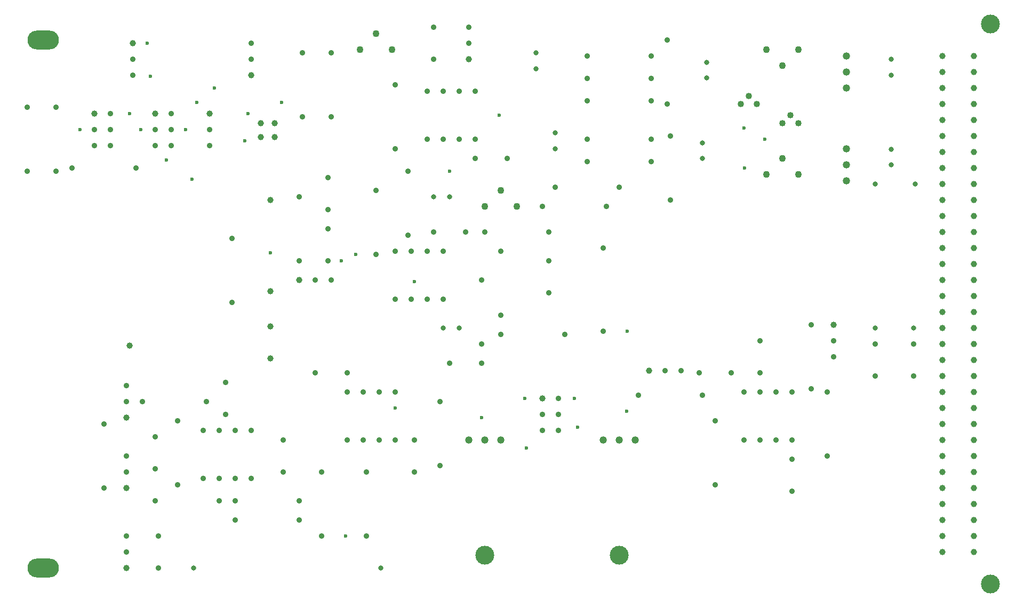
<source format=gbr>
G04 Generated by Ultiboard 10.0 *
%FSLAX25Y25*%
%MOIN*%

%ADD10O,0.19685X0.11811*%
%ADD11C,0.02362*%
%ADD12C,0.11811*%
%ADD15C,0.04333*%
%ADD14C,0.04000*%
%ADD13C,0.03500*%
%ADD17C,0.03543*%
%ADD20C,0.03937*%
%ADD16C,0.03150*%
%ADD18C,0.03917*%
%ADD19C,0.04667*%


G04 ColorRGB 000000 for the following layer *
%LNBohrung-Copper Top-Copper Bottom*%
%LPD*%
%FSLAX25Y25*%
%MOIN*%
G54D10*
X26000Y32000D03*
X26000Y362000D03*
G54D11*
X215000Y52000D03*
X168000Y229000D03*
X246000Y132000D03*
X221450Y228000D03*
X212250Y224000D03*
X49000Y306000D03*
X80000Y316000D03*
X87000Y306000D03*
X103000Y287000D03*
X119125Y275000D03*
X115000Y306000D03*
X91000Y360000D03*
X93000Y339375D03*
X122000Y323000D03*
X154000Y316000D03*
X152000Y299000D03*
X133000Y332000D03*
X175000Y323000D03*
X376000Y111500D03*
X300000Y126000D03*
X328000Y107000D03*
X360000Y120000D03*
X258000Y211000D03*
X327000Y138000D03*
X358000Y138000D03*
X390833Y130167D03*
X391000Y180000D03*
X311000Y315000D03*
X280000Y280000D03*
X464250Y282000D03*
X464000Y307000D03*
X477000Y300000D03*
G54D12*
X302000Y40000D03*
X386000Y40000D03*
X618000Y22000D03*
X618000Y372000D03*
G54D15*
X488000Y346000D03*
X478000Y356000D03*
X498000Y356000D03*
X488000Y288000D03*
X478000Y278000D03*
X498000Y278000D03*
X224000Y356000D03*
X234000Y366000D03*
X244000Y356000D03*
X312000Y268000D03*
X302000Y258000D03*
X322000Y258000D03*
G54D14*
X493000Y315000D03*
X488000Y310000D03*
X498000Y310000D03*
X472000Y322000D03*
X467000Y327000D03*
X462000Y322000D03*
G54D13*
X494000Y80000D03*
X494000Y100000D03*
X506000Y144000D03*
X506000Y184000D03*
X246000Y200000D03*
X246000Y230000D03*
X266000Y200000D03*
X256000Y200000D03*
X276000Y200000D03*
X266000Y230000D03*
X256000Y230000D03*
X276000Y230000D03*
X216000Y112000D03*
X236000Y112000D03*
X226000Y112000D03*
X246000Y112000D03*
X216000Y142000D03*
X236000Y142000D03*
X226000Y142000D03*
X246000Y142000D03*
X258000Y92000D03*
X258000Y112000D03*
X234000Y228000D03*
X234000Y268000D03*
X186000Y224000D03*
X186000Y264000D03*
X126000Y88000D03*
X126000Y118000D03*
X156000Y118000D03*
X156000Y88000D03*
X136000Y88000D03*
X146000Y88000D03*
X136000Y118000D03*
X146000Y118000D03*
X96000Y74000D03*
X136000Y74000D03*
X128000Y136000D03*
X88000Y136000D03*
X78000Y136000D03*
X78000Y146000D03*
X110000Y124000D03*
X110000Y84000D03*
X64000Y82000D03*
X64000Y122000D03*
X98000Y32000D03*
X98000Y52000D03*
X78000Y52000D03*
X78000Y42000D03*
X96000Y94000D03*
X96000Y114000D03*
X78000Y92000D03*
X78000Y102000D03*
X140000Y128000D03*
X140000Y148000D03*
X186000Y74000D03*
X146000Y74000D03*
X186000Y62000D03*
X146000Y62000D03*
X176000Y92000D03*
X176000Y112000D03*
X200000Y52000D03*
X200000Y92000D03*
X228000Y52000D03*
X228000Y92000D03*
X206000Y212000D03*
X196000Y212000D03*
X144000Y198000D03*
X144000Y238000D03*
X196000Y154000D03*
X216000Y154000D03*
X204000Y224000D03*
X204000Y244000D03*
X130000Y296000D03*
X130000Y306000D03*
X58000Y296000D03*
X58000Y306000D03*
X68000Y316000D03*
X68000Y296000D03*
X68000Y306000D03*
X44000Y282000D03*
X84000Y282000D03*
X16000Y280000D03*
X16000Y320000D03*
X34000Y280000D03*
X34000Y320000D03*
X106000Y316000D03*
X96000Y296000D03*
X96000Y306000D03*
X106000Y296000D03*
X106000Y306000D03*
X82000Y340000D03*
X82000Y350000D03*
X188000Y314000D03*
X188000Y354000D03*
X156000Y360000D03*
X156000Y350000D03*
X206000Y314000D03*
X206000Y354000D03*
X246000Y294000D03*
X246000Y334000D03*
X204000Y276000D03*
X204000Y256000D03*
X376000Y180000D03*
X376000Y232000D03*
X274000Y96000D03*
X274000Y136000D03*
X338000Y128000D03*
X348000Y128000D03*
X348000Y118000D03*
X338000Y118000D03*
X348000Y138000D03*
X302000Y242000D03*
X342000Y242000D03*
X312000Y190000D03*
X312000Y230000D03*
X312000Y178000D03*
X352000Y178000D03*
X280000Y160000D03*
X300000Y160000D03*
X270000Y242000D03*
X290000Y242000D03*
X342000Y204000D03*
X342000Y224000D03*
X474000Y112000D03*
X464000Y112000D03*
X484000Y112000D03*
X494000Y112000D03*
X474000Y142000D03*
X464000Y142000D03*
X484000Y142000D03*
X494000Y142000D03*
X446000Y124000D03*
X446000Y84000D03*
X436000Y154000D03*
X456000Y154000D03*
X438000Y140000D03*
X398000Y140000D03*
X424708Y155292D03*
X414708Y155292D03*
X474000Y154000D03*
X474000Y174000D03*
X346000Y270000D03*
X386000Y270000D03*
X366000Y352000D03*
X406000Y352000D03*
X366000Y338000D03*
X406000Y338000D03*
X366000Y324000D03*
X406000Y324000D03*
X366000Y300000D03*
X406000Y300000D03*
X366000Y286000D03*
X406000Y286000D03*
X378000Y258000D03*
X338000Y258000D03*
X316000Y288000D03*
X296000Y288000D03*
X286000Y300000D03*
X266000Y300000D03*
X276000Y300000D03*
X296000Y300000D03*
X286000Y330000D03*
X266000Y330000D03*
X276000Y330000D03*
X296000Y330000D03*
X270000Y350000D03*
X270000Y370000D03*
X292000Y360000D03*
X292000Y370000D03*
X516000Y102000D03*
X516000Y142000D03*
X570000Y152000D03*
X570000Y172000D03*
X520000Y174000D03*
X520000Y164000D03*
X546000Y152000D03*
X546000Y172000D03*
G54D17*
X254000Y240000D03*
X254000Y280000D03*
X300000Y172000D03*
X300000Y212000D03*
X418000Y262000D03*
X418000Y302000D03*
X416000Y322000D03*
X416000Y362000D03*
G54D20*
X80000Y171000D03*
X168000Y163000D03*
X168000Y183000D03*
X168000Y205000D03*
X168000Y262000D03*
X162000Y301339D03*
X162000Y310000D03*
X170661Y310000D03*
X170661Y301339D03*
X588000Y252000D03*
X607685Y252000D03*
X588000Y122000D03*
X607685Y122000D03*
X588000Y62000D03*
X607685Y62000D03*
X588000Y42000D03*
X588000Y52000D03*
X607685Y42000D03*
X607685Y52000D03*
X588000Y92000D03*
X588000Y82000D03*
X588000Y72000D03*
X588000Y112000D03*
X588000Y102000D03*
X607685Y92000D03*
X607685Y82000D03*
X607685Y72000D03*
X607685Y112000D03*
X607685Y102000D03*
X588000Y192000D03*
X607685Y192000D03*
X588000Y162000D03*
X588000Y142000D03*
X588000Y132000D03*
X588000Y152000D03*
X588000Y172000D03*
X588000Y182000D03*
X607685Y162000D03*
X607685Y142000D03*
X607685Y132000D03*
X607685Y152000D03*
X607685Y172000D03*
X607685Y182000D03*
X588000Y222000D03*
X588000Y202000D03*
X588000Y212000D03*
X588000Y232000D03*
X588000Y242000D03*
X607685Y222000D03*
X607685Y202000D03*
X607685Y212000D03*
X607685Y232000D03*
X607685Y242000D03*
X588000Y312000D03*
X607685Y312000D03*
X588000Y282000D03*
X588000Y272000D03*
X588000Y262000D03*
X588000Y302000D03*
X588000Y292000D03*
X607685Y282000D03*
X607685Y272000D03*
X607685Y262000D03*
X607685Y302000D03*
X607685Y292000D03*
X588000Y342000D03*
X588000Y332000D03*
X588000Y322000D03*
X588000Y352000D03*
X607685Y342000D03*
X607685Y332000D03*
X607685Y322000D03*
X607685Y352000D03*
G54D16*
X120000Y32000D03*
X237000Y32000D03*
X270000Y264000D03*
X279843Y264000D03*
X286000Y182000D03*
X276157Y182000D03*
X334000Y344157D03*
X334000Y354000D03*
X346000Y304000D03*
X346000Y294157D03*
X438000Y297843D03*
X438000Y288000D03*
X440787Y338354D03*
X440787Y348197D03*
X546000Y182000D03*
X546000Y272000D03*
X570000Y182000D03*
X571000Y272000D03*
X556000Y284000D03*
X556000Y293843D03*
X556000Y340157D03*
X556000Y350000D03*
G54D18*
X78000Y126000D03*
X78000Y32000D03*
X78000Y82000D03*
X186000Y212000D03*
X130000Y316000D03*
X58000Y316000D03*
X96000Y316000D03*
X82000Y360000D03*
X156000Y340000D03*
X338000Y138000D03*
X404708Y155292D03*
X292000Y350000D03*
X520000Y184000D03*
G54D19*
X376000Y112000D03*
X396000Y112000D03*
X386000Y112000D03*
X312000Y112000D03*
X302000Y112000D03*
X292000Y112000D03*
X528000Y284000D03*
X528000Y274000D03*
X528000Y294000D03*
X528000Y342000D03*
X528000Y332000D03*
X528000Y352000D03*

M00*

</source>
